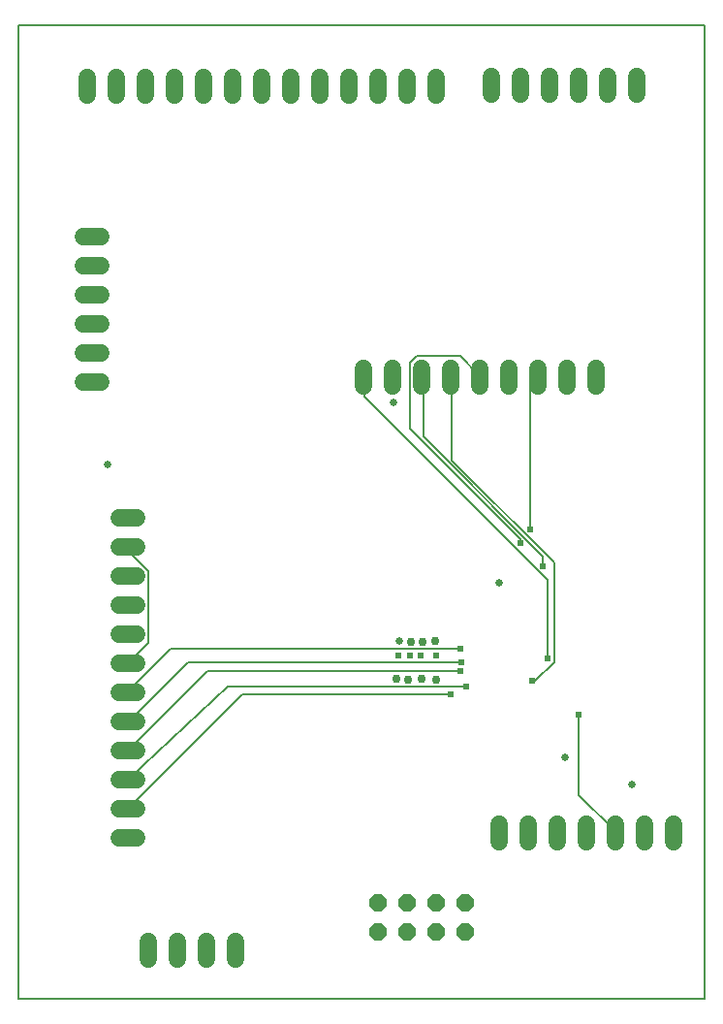
<source format=gbl>
G75*
%MOIN*%
%OFA0B0*%
%FSLAX25Y25*%
%IPPOS*%
%LPD*%
%AMOC8*
5,1,8,0,0,1.08239X$1,22.5*
%
%ADD10C,0.00600*%
%ADD11OC8,0.06000*%
%ADD12C,0.06000*%
%ADD13C,0.02400*%
%ADD14C,0.02600*%
%ADD15C,0.02978*%
D10*
X0001300Y0001300D02*
X0001300Y0335946D01*
X0237520Y0335946D01*
X0237520Y0001300D01*
X0001300Y0001300D01*
X0039179Y0066655D02*
X0039430Y0067045D01*
X0078480Y0106095D01*
X0149980Y0106095D01*
X0153280Y0113795D02*
X0066380Y0113795D01*
X0039430Y0086845D01*
X0039179Y0086655D01*
X0039430Y0076945D02*
X0039179Y0076655D01*
X0039430Y0076945D02*
X0073324Y0108638D01*
X0155279Y0108523D01*
X0153830Y0117095D02*
X0059780Y0117095D01*
X0039430Y0096745D01*
X0039179Y0096655D01*
X0039179Y0106655D02*
X0039430Y0107195D01*
X0053730Y0121495D01*
X0153280Y0121495D01*
X0178030Y0110495D02*
X0179130Y0110495D01*
X0185730Y0117095D01*
X0185730Y0151195D01*
X0150530Y0186395D01*
X0150530Y0214995D01*
X0150174Y0215016D01*
X0153280Y0222145D02*
X0159880Y0215545D01*
X0160174Y0215016D01*
X0153280Y0222145D02*
X0138430Y0222145D01*
X0136230Y0219945D01*
X0136230Y0197395D01*
X0174180Y0159445D01*
X0174180Y0157795D01*
X0177480Y0162745D02*
X0177480Y0212795D01*
X0179680Y0214995D01*
X0180174Y0215016D01*
X0140630Y0214995D02*
X0140630Y0194645D01*
X0181880Y0153395D01*
X0181880Y0150095D01*
X0183530Y0145145D02*
X0120280Y0208395D01*
X0120280Y0214995D01*
X0120174Y0215016D01*
X0140174Y0215016D02*
X0140630Y0214995D01*
X0183530Y0145145D02*
X0183530Y0118195D01*
X0193980Y0098945D02*
X0193980Y0071445D01*
X0206630Y0058795D01*
X0206675Y0058439D01*
X0046030Y0123695D02*
X0039430Y0117095D01*
X0039179Y0116655D01*
X0046030Y0123695D02*
X0046030Y0148445D01*
X0039430Y0155045D01*
X0039430Y0156145D01*
X0039179Y0156655D01*
D11*
X0124964Y0034326D03*
X0124964Y0024326D03*
X0134964Y0024326D03*
X0134964Y0034326D03*
X0144964Y0034326D03*
X0144964Y0024326D03*
X0154964Y0024326D03*
X0154964Y0034326D03*
D12*
X0166675Y0055439D02*
X0166675Y0061439D01*
X0176675Y0061439D02*
X0176675Y0055439D01*
X0186675Y0055439D02*
X0186675Y0061439D01*
X0196675Y0061439D02*
X0196675Y0055439D01*
X0206675Y0055439D02*
X0206675Y0061439D01*
X0216675Y0061439D02*
X0216675Y0055439D01*
X0226675Y0055439D02*
X0226675Y0061439D01*
X0200174Y0212016D02*
X0200174Y0218016D01*
X0190174Y0218016D02*
X0190174Y0212016D01*
X0180174Y0212016D02*
X0180174Y0218016D01*
X0170174Y0218016D02*
X0170174Y0212016D01*
X0160174Y0212016D02*
X0160174Y0218016D01*
X0150174Y0218016D02*
X0150174Y0212016D01*
X0140174Y0212016D02*
X0140174Y0218016D01*
X0130174Y0218016D02*
X0130174Y0212016D01*
X0120174Y0212016D02*
X0120174Y0218016D01*
X0115240Y0312093D02*
X0115240Y0318093D01*
X0105240Y0318093D02*
X0105240Y0312093D01*
X0095240Y0312093D02*
X0095240Y0318093D01*
X0085240Y0318093D02*
X0085240Y0312093D01*
X0075240Y0312093D02*
X0075240Y0318093D01*
X0065240Y0318093D02*
X0065240Y0312093D01*
X0055240Y0312093D02*
X0055240Y0318093D01*
X0045240Y0318093D02*
X0045240Y0312093D01*
X0035240Y0312093D02*
X0035240Y0318093D01*
X0025240Y0318093D02*
X0025240Y0312093D01*
X0023781Y0263344D02*
X0029781Y0263344D01*
X0029781Y0253344D02*
X0023781Y0253344D01*
X0023781Y0243344D02*
X0029781Y0243344D01*
X0029781Y0233344D02*
X0023781Y0233344D01*
X0023781Y0223344D02*
X0029781Y0223344D01*
X0029781Y0213344D02*
X0023781Y0213344D01*
X0036179Y0166655D02*
X0042179Y0166655D01*
X0042179Y0156655D02*
X0036179Y0156655D01*
X0036179Y0146655D02*
X0042179Y0146655D01*
X0042179Y0136655D02*
X0036179Y0136655D01*
X0036179Y0126655D02*
X0042179Y0126655D01*
X0042179Y0116655D02*
X0036179Y0116655D01*
X0036179Y0106655D02*
X0042179Y0106655D01*
X0042179Y0096655D02*
X0036179Y0096655D01*
X0036179Y0086655D02*
X0042179Y0086655D01*
X0042179Y0076655D02*
X0036179Y0076655D01*
X0036179Y0066655D02*
X0042179Y0066655D01*
X0042179Y0056655D02*
X0036179Y0056655D01*
X0046082Y0021058D02*
X0046082Y0015058D01*
X0056082Y0015058D02*
X0056082Y0021058D01*
X0066082Y0021058D02*
X0066082Y0015058D01*
X0076082Y0015058D02*
X0076082Y0021058D01*
X0125240Y0312093D02*
X0125240Y0318093D01*
X0135240Y0318093D02*
X0135240Y0312093D01*
X0145240Y0312093D02*
X0145240Y0318093D01*
X0164109Y0318226D02*
X0164109Y0312226D01*
X0174109Y0312226D02*
X0174109Y0318226D01*
X0184109Y0318226D02*
X0184109Y0312226D01*
X0194109Y0312226D02*
X0194109Y0318226D01*
X0204109Y0318226D02*
X0204109Y0312226D01*
X0214109Y0312226D02*
X0214109Y0318226D01*
D13*
X0177480Y0162745D03*
X0174180Y0157795D03*
X0181880Y0150095D03*
X0183530Y0118195D03*
X0178030Y0110495D03*
X0193980Y0098945D03*
X0155279Y0108523D03*
X0153280Y0113795D03*
X0153830Y0117095D03*
X0153280Y0121495D03*
X0144989Y0119290D03*
X0139843Y0119267D03*
X0136046Y0119267D03*
X0132113Y0119336D03*
X0149980Y0106095D03*
D14*
X0132361Y0124134D03*
X0166851Y0144396D03*
X0189521Y0084362D03*
X0212569Y0074897D03*
X0130403Y0206284D03*
X0032133Y0184878D03*
D15*
X0131335Y0111171D03*
X0135566Y0111102D03*
X0139912Y0111171D03*
X0145012Y0111102D03*
X0144783Y0124207D03*
X0140483Y0124115D03*
X0136252Y0124024D03*
M02*

</source>
